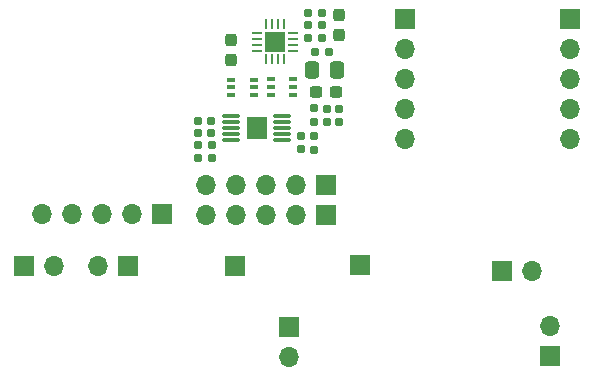
<source format=gbr>
%TF.GenerationSoftware,KiCad,Pcbnew,8.0.3*%
%TF.CreationDate,2024-07-16T20:49:30+03:00*%
%TF.ProjectId,PCBcoil,50434263-6f69-46c2-9e6b-696361645f70,rev?*%
%TF.SameCoordinates,Original*%
%TF.FileFunction,Soldermask,Bot*%
%TF.FilePolarity,Negative*%
%FSLAX46Y46*%
G04 Gerber Fmt 4.6, Leading zero omitted, Abs format (unit mm)*
G04 Created by KiCad (PCBNEW 8.0.3) date 2024-07-16 20:49:30*
%MOMM*%
%LPD*%
G01*
G04 APERTURE LIST*
G04 Aperture macros list*
%AMRoundRect*
0 Rectangle with rounded corners*
0 $1 Rounding radius*
0 $2 $3 $4 $5 $6 $7 $8 $9 X,Y pos of 4 corners*
0 Add a 4 corners polygon primitive as box body*
4,1,4,$2,$3,$4,$5,$6,$7,$8,$9,$2,$3,0*
0 Add four circle primitives for the rounded corners*
1,1,$1+$1,$2,$3*
1,1,$1+$1,$4,$5*
1,1,$1+$1,$6,$7*
1,1,$1+$1,$8,$9*
0 Add four rect primitives between the rounded corners*
20,1,$1+$1,$2,$3,$4,$5,0*
20,1,$1+$1,$4,$5,$6,$7,0*
20,1,$1+$1,$6,$7,$8,$9,0*
20,1,$1+$1,$8,$9,$2,$3,0*%
G04 Aperture macros list end*
%ADD10R,1.700000X1.700000*%
%ADD11O,1.700000X1.700000*%
%ADD12RoundRect,0.155000X-0.155000X0.212500X-0.155000X-0.212500X0.155000X-0.212500X0.155000X0.212500X0*%
%ADD13RoundRect,0.075000X-0.662500X-0.075000X0.662500X-0.075000X0.662500X0.075000X-0.662500X0.075000X0*%
%ADD14R,1.730000X1.980000*%
%ADD15RoundRect,0.160000X0.160000X-0.197500X0.160000X0.197500X-0.160000X0.197500X-0.160000X-0.197500X0*%
%ADD16RoundRect,0.160000X-0.197500X-0.160000X0.197500X-0.160000X0.197500X0.160000X-0.197500X0.160000X0*%
%ADD17RoundRect,0.100000X0.225000X0.100000X-0.225000X0.100000X-0.225000X-0.100000X0.225000X-0.100000X0*%
%ADD18RoundRect,0.062500X0.062500X-0.325000X0.062500X0.325000X-0.062500X0.325000X-0.062500X-0.325000X0*%
%ADD19RoundRect,0.062500X0.325000X-0.062500X0.325000X0.062500X-0.325000X0.062500X-0.325000X-0.062500X0*%
%ADD20R,1.800000X1.800000*%
%ADD21RoundRect,0.155000X-0.212500X-0.155000X0.212500X-0.155000X0.212500X0.155000X-0.212500X0.155000X0*%
%ADD22RoundRect,0.237500X-0.237500X0.300000X-0.237500X-0.300000X0.237500X-0.300000X0.237500X0.300000X0*%
%ADD23RoundRect,0.155000X0.212500X0.155000X-0.212500X0.155000X-0.212500X-0.155000X0.212500X-0.155000X0*%
%ADD24RoundRect,0.237500X-0.300000X-0.237500X0.300000X-0.237500X0.300000X0.237500X-0.300000X0.237500X0*%
%ADD25RoundRect,0.250000X-0.337500X-0.475000X0.337500X-0.475000X0.337500X0.475000X-0.337500X0.475000X0*%
G04 APERTURE END LIST*
D10*
%TO.C,REF\u002A\u002A*%
X141075000Y-98247500D03*
D11*
X141075000Y-100787500D03*
X141075000Y-103327500D03*
X141075000Y-105867500D03*
X141075000Y-108407500D03*
%TD*%
D10*
%TO.C,REF\u002A\u002A*%
X139405000Y-126750000D03*
D11*
X139405000Y-124210000D03*
%TD*%
D10*
%TO.C,REF\u002A\u002A*%
X120382500Y-114787500D03*
D11*
X117842500Y-114787500D03*
X115302500Y-114787500D03*
X112762500Y-114787500D03*
X110222500Y-114787500D03*
%TD*%
D10*
%TO.C,REF\u002A\u002A*%
X117305000Y-124305000D03*
D11*
X117305000Y-126845000D03*
%TD*%
D10*
%TO.C,REF\u002A\u002A*%
X127075000Y-98247500D03*
D11*
X127075000Y-100787500D03*
X127075000Y-103327500D03*
X127075000Y-105867500D03*
X127075000Y-108407500D03*
%TD*%
D10*
%TO.C,REF\u002A\u002A*%
X94870000Y-119145000D03*
D11*
X97410000Y-119145000D03*
%TD*%
D10*
%TO.C,REF\u002A\u002A*%
X112735000Y-119105000D03*
%TD*%
%TO.C,REF\u002A\u002A*%
X103640000Y-119145000D03*
D11*
X101100000Y-119145000D03*
%TD*%
D10*
%TO.C,REF\u002A\u002A*%
X135325000Y-119578750D03*
D11*
X137865000Y-119578750D03*
%TD*%
D10*
%TO.C,REF\u002A\u002A*%
X120382500Y-112257500D03*
D11*
X117842500Y-112257500D03*
X115302500Y-112257500D03*
X112762500Y-112257500D03*
X110222500Y-112257500D03*
%TD*%
D10*
%TO.C,REF\u002A\u002A*%
X123315000Y-119095000D03*
%TD*%
%TO.C,REF\u002A\u002A*%
X106522500Y-114777500D03*
D11*
X103982500Y-114777500D03*
X101442500Y-114777500D03*
X98902500Y-114777500D03*
X96362500Y-114777500D03*
%TD*%
D12*
%TO.C,C8*%
X121550000Y-105817500D03*
X121550000Y-106952500D03*
%TD*%
D13*
%TO.C,U1*%
X112395000Y-108442500D03*
X112395000Y-107942500D03*
X112395000Y-107442500D03*
X112395000Y-106942500D03*
X112395000Y-106442500D03*
X116720000Y-106442500D03*
X116720000Y-106942500D03*
X116720000Y-107442500D03*
X116720000Y-107942500D03*
X116720000Y-108442500D03*
D14*
X114557500Y-107442500D03*
%TD*%
D15*
%TO.C,R3*%
X119400000Y-109307500D03*
X119400000Y-108112500D03*
%TD*%
D16*
%TO.C,R5*%
X118890000Y-98760000D03*
X120085000Y-98760000D03*
%TD*%
D17*
%TO.C,D2*%
X114295000Y-103352500D03*
X114295000Y-104002500D03*
X114295000Y-104652500D03*
X112395000Y-104652500D03*
X112395000Y-104002500D03*
X112395000Y-103352500D03*
%TD*%
D18*
%TO.C,U2*%
X116850000Y-101647500D03*
X116350000Y-101647500D03*
X115850000Y-101647500D03*
X115350000Y-101647500D03*
D19*
X114612500Y-100910000D03*
X114612500Y-100410000D03*
X114612500Y-99910000D03*
X114612500Y-99410000D03*
D18*
X115350000Y-98672500D03*
X115850000Y-98672500D03*
X116350000Y-98672500D03*
X116850000Y-98672500D03*
D19*
X117587500Y-99410000D03*
X117587500Y-99910000D03*
X117587500Y-100410000D03*
X117587500Y-100910000D03*
D20*
X116100000Y-100160000D03*
%TD*%
D16*
%TO.C,R6*%
X118877500Y-97685000D03*
X120072500Y-97685000D03*
%TD*%
D21*
%TO.C,L4*%
X109545000Y-106867500D03*
X110680000Y-106867500D03*
%TD*%
%TO.C,C9*%
X118907500Y-99835000D03*
X120042500Y-99835000D03*
%TD*%
D16*
%TO.C,R1*%
X109545000Y-110010000D03*
X110740000Y-110010000D03*
%TD*%
D22*
%TO.C,C10*%
X121500000Y-97872500D03*
X121500000Y-99597500D03*
%TD*%
D12*
%TO.C,C5*%
X118300000Y-108117500D03*
X118300000Y-109252500D03*
%TD*%
D23*
%TO.C,C4*%
X110710000Y-107885000D03*
X109575000Y-107885000D03*
%TD*%
D15*
%TO.C,R2*%
X119400000Y-106982500D03*
X119400000Y-105787500D03*
%TD*%
D16*
%TO.C,R4*%
X109545000Y-108935000D03*
X110740000Y-108935000D03*
%TD*%
D12*
%TO.C,C6*%
X120475000Y-105817500D03*
X120475000Y-106952500D03*
%TD*%
D22*
%TO.C,C2*%
X112400000Y-99997500D03*
X112400000Y-101722500D03*
%TD*%
D21*
%TO.C,C3*%
X119532500Y-100985000D03*
X120667500Y-100985000D03*
%TD*%
D17*
%TO.C,D1*%
X117662500Y-103347500D03*
X117662500Y-103997500D03*
X117662500Y-104647500D03*
X115762500Y-104647500D03*
X115762500Y-103997500D03*
X115762500Y-103347500D03*
%TD*%
D24*
%TO.C,C7*%
X119562500Y-104385000D03*
X121287500Y-104385000D03*
%TD*%
D25*
%TO.C,C1*%
X119262500Y-102560000D03*
X121337500Y-102560000D03*
%TD*%
M02*

</source>
